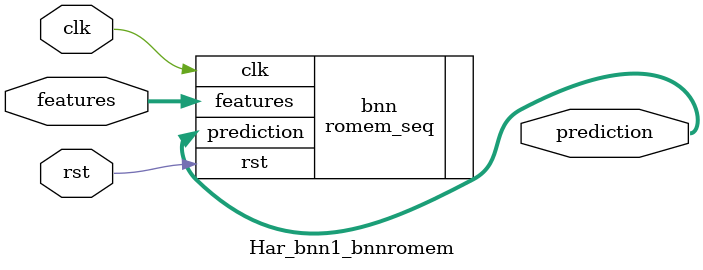
<source format=v>













module Har_bnn1_bnnromem #(

parameter FEAT_CNT = 12,
parameter HIDDEN_CNT = 40,
parameter FEAT_BITS = 4,
parameter CLASS_CNT = 6,
parameter TEST_CNT = 1000


  ) (
  input clk,
  input rst,
  input [FEAT_CNT*FEAT_BITS-1:0] features,
  output [$clog2(CLASS_CNT)-1:0] prediction
  );

  localparam Weights0 = 480'b010011011001001100101101110001110010101011110010111001110001101001101010010011110101100110000101000100000111110100000001101110101101000110000001100100000001110000111111100111001110011001111010101000111100000011110011111011101000100111100110001101001001000110110111001011101011010111110100111000111100000011000000000100101111000110010101011010001100110101000100110101010101111011111000111000010110111000110001001110000010001100000101000000100100011000001101111001100001101000111001 ;
  localparam Weights1 = 240'b111001111101100000101111100101100010100011010110111111001010010101011010011101001110011111011110001101011100001000101010010101000110011010101101110010110100110101111111011000000011000110001111110000010111001001000101000010011100001111000100 ;

  romem_seq #(.FEAT_CNT(FEAT_CNT),.FEAT_BITS(FEAT_BITS),.HIDDEN_CNT(HIDDEN_CNT),.CLASS_CNT(CLASS_CNT),.Weights0(Weights0),.Weights1(Weights1)) bnn (
    .clk(clk),
    .rst(rst),
    .features(features),
    .prediction(prediction)
  );

endmodule

</source>
